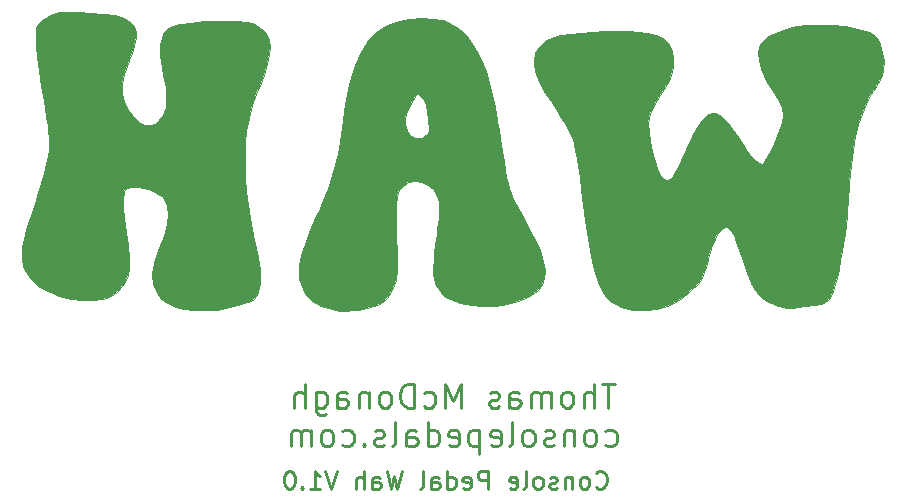
<source format=gbr>
G04 #@! TF.GenerationSoftware,KiCad,Pcbnew,(5.1.7)-1*
G04 #@! TF.CreationDate,2021-08-29T16:11:20-05:00*
G04 #@! TF.ProjectId,ConsolePedalWah,436f6e73-6f6c-4655-9065-64616c576168,rev?*
G04 #@! TF.SameCoordinates,Original*
G04 #@! TF.FileFunction,Legend,Bot*
G04 #@! TF.FilePolarity,Positive*
%FSLAX46Y46*%
G04 Gerber Fmt 4.6, Leading zero omitted, Abs format (unit mm)*
G04 Created by KiCad (PCBNEW (5.1.7)-1) date 2021-08-29 16:11:20*
%MOMM*%
%LPD*%
G01*
G04 APERTURE LIST*
%ADD10C,0.250000*%
%ADD11C,0.010000*%
G04 APERTURE END LIST*
D10*
X144794285Y-121820714D02*
X144865714Y-121892142D01*
X145080000Y-121963571D01*
X145222857Y-121963571D01*
X145437142Y-121892142D01*
X145580000Y-121749285D01*
X145651428Y-121606428D01*
X145722857Y-121320714D01*
X145722857Y-121106428D01*
X145651428Y-120820714D01*
X145580000Y-120677857D01*
X145437142Y-120535000D01*
X145222857Y-120463571D01*
X145080000Y-120463571D01*
X144865714Y-120535000D01*
X144794285Y-120606428D01*
X143937142Y-121963571D02*
X144080000Y-121892142D01*
X144151428Y-121820714D01*
X144222857Y-121677857D01*
X144222857Y-121249285D01*
X144151428Y-121106428D01*
X144080000Y-121035000D01*
X143937142Y-120963571D01*
X143722857Y-120963571D01*
X143580000Y-121035000D01*
X143508571Y-121106428D01*
X143437142Y-121249285D01*
X143437142Y-121677857D01*
X143508571Y-121820714D01*
X143580000Y-121892142D01*
X143722857Y-121963571D01*
X143937142Y-121963571D01*
X142794285Y-120963571D02*
X142794285Y-121963571D01*
X142794285Y-121106428D02*
X142722857Y-121035000D01*
X142580000Y-120963571D01*
X142365714Y-120963571D01*
X142222857Y-121035000D01*
X142151428Y-121177857D01*
X142151428Y-121963571D01*
X141508571Y-121892142D02*
X141365714Y-121963571D01*
X141080000Y-121963571D01*
X140937142Y-121892142D01*
X140865714Y-121749285D01*
X140865714Y-121677857D01*
X140937142Y-121535000D01*
X141080000Y-121463571D01*
X141294285Y-121463571D01*
X141437142Y-121392142D01*
X141508571Y-121249285D01*
X141508571Y-121177857D01*
X141437142Y-121035000D01*
X141294285Y-120963571D01*
X141080000Y-120963571D01*
X140937142Y-121035000D01*
X140008571Y-121963571D02*
X140151428Y-121892142D01*
X140222857Y-121820714D01*
X140294285Y-121677857D01*
X140294285Y-121249285D01*
X140222857Y-121106428D01*
X140151428Y-121035000D01*
X140008571Y-120963571D01*
X139794285Y-120963571D01*
X139651428Y-121035000D01*
X139580000Y-121106428D01*
X139508571Y-121249285D01*
X139508571Y-121677857D01*
X139580000Y-121820714D01*
X139651428Y-121892142D01*
X139794285Y-121963571D01*
X140008571Y-121963571D01*
X138651428Y-121963571D02*
X138794285Y-121892142D01*
X138865714Y-121749285D01*
X138865714Y-120463571D01*
X137508571Y-121892142D02*
X137651428Y-121963571D01*
X137937142Y-121963571D01*
X138080000Y-121892142D01*
X138151428Y-121749285D01*
X138151428Y-121177857D01*
X138080000Y-121035000D01*
X137937142Y-120963571D01*
X137651428Y-120963571D01*
X137508571Y-121035000D01*
X137437142Y-121177857D01*
X137437142Y-121320714D01*
X138151428Y-121463571D01*
X135651428Y-121963571D02*
X135651428Y-120463571D01*
X135080000Y-120463571D01*
X134937142Y-120535000D01*
X134865714Y-120606428D01*
X134794285Y-120749285D01*
X134794285Y-120963571D01*
X134865714Y-121106428D01*
X134937142Y-121177857D01*
X135080000Y-121249285D01*
X135651428Y-121249285D01*
X133580000Y-121892142D02*
X133722857Y-121963571D01*
X134008571Y-121963571D01*
X134151428Y-121892142D01*
X134222857Y-121749285D01*
X134222857Y-121177857D01*
X134151428Y-121035000D01*
X134008571Y-120963571D01*
X133722857Y-120963571D01*
X133580000Y-121035000D01*
X133508571Y-121177857D01*
X133508571Y-121320714D01*
X134222857Y-121463571D01*
X132222857Y-121963571D02*
X132222857Y-120463571D01*
X132222857Y-121892142D02*
X132365714Y-121963571D01*
X132651428Y-121963571D01*
X132794285Y-121892142D01*
X132865714Y-121820714D01*
X132937142Y-121677857D01*
X132937142Y-121249285D01*
X132865714Y-121106428D01*
X132794285Y-121035000D01*
X132651428Y-120963571D01*
X132365714Y-120963571D01*
X132222857Y-121035000D01*
X130865714Y-121963571D02*
X130865714Y-121177857D01*
X130937142Y-121035000D01*
X131080000Y-120963571D01*
X131365714Y-120963571D01*
X131508571Y-121035000D01*
X130865714Y-121892142D02*
X131008571Y-121963571D01*
X131365714Y-121963571D01*
X131508571Y-121892142D01*
X131580000Y-121749285D01*
X131580000Y-121606428D01*
X131508571Y-121463571D01*
X131365714Y-121392142D01*
X131008571Y-121392142D01*
X130865714Y-121320714D01*
X129937142Y-121963571D02*
X130080000Y-121892142D01*
X130151428Y-121749285D01*
X130151428Y-120463571D01*
X128365714Y-120463571D02*
X128008571Y-121963571D01*
X127722857Y-120892142D01*
X127437142Y-121963571D01*
X127080000Y-120463571D01*
X125865714Y-121963571D02*
X125865714Y-121177857D01*
X125937142Y-121035000D01*
X126080000Y-120963571D01*
X126365714Y-120963571D01*
X126508571Y-121035000D01*
X125865714Y-121892142D02*
X126008571Y-121963571D01*
X126365714Y-121963571D01*
X126508571Y-121892142D01*
X126580000Y-121749285D01*
X126580000Y-121606428D01*
X126508571Y-121463571D01*
X126365714Y-121392142D01*
X126008571Y-121392142D01*
X125865714Y-121320714D01*
X125151428Y-121963571D02*
X125151428Y-120463571D01*
X124508571Y-121963571D02*
X124508571Y-121177857D01*
X124580000Y-121035000D01*
X124722857Y-120963571D01*
X124937142Y-120963571D01*
X125080000Y-121035000D01*
X125151428Y-121106428D01*
X122865714Y-120463571D02*
X122365714Y-121963571D01*
X121865714Y-120463571D01*
X120580000Y-121963571D02*
X121437142Y-121963571D01*
X121008571Y-121963571D02*
X121008571Y-120463571D01*
X121151428Y-120677857D01*
X121294285Y-120820714D01*
X121437142Y-120892142D01*
X119937142Y-121820714D02*
X119865714Y-121892142D01*
X119937142Y-121963571D01*
X120008571Y-121892142D01*
X119937142Y-121820714D01*
X119937142Y-121963571D01*
X118937142Y-120463571D02*
X118794285Y-120463571D01*
X118651428Y-120535000D01*
X118580000Y-120606428D01*
X118508571Y-120749285D01*
X118437142Y-121035000D01*
X118437142Y-121392142D01*
X118508571Y-121677857D01*
X118580000Y-121820714D01*
X118651428Y-121892142D01*
X118794285Y-121963571D01*
X118937142Y-121963571D01*
X119080000Y-121892142D01*
X119151428Y-121820714D01*
X119222857Y-121677857D01*
X119294285Y-121392142D01*
X119294285Y-121035000D01*
X119222857Y-120749285D01*
X119151428Y-120606428D01*
X119080000Y-120535000D01*
X118937142Y-120463571D01*
X146429285Y-113103761D02*
X145286428Y-113103761D01*
X145857857Y-115103761D02*
X145857857Y-113103761D01*
X144619761Y-115103761D02*
X144619761Y-113103761D01*
X143762619Y-115103761D02*
X143762619Y-114056142D01*
X143857857Y-113865666D01*
X144048333Y-113770428D01*
X144334047Y-113770428D01*
X144524523Y-113865666D01*
X144619761Y-113960904D01*
X142524523Y-115103761D02*
X142715000Y-115008523D01*
X142810238Y-114913285D01*
X142905476Y-114722809D01*
X142905476Y-114151380D01*
X142810238Y-113960904D01*
X142715000Y-113865666D01*
X142524523Y-113770428D01*
X142238809Y-113770428D01*
X142048333Y-113865666D01*
X141953095Y-113960904D01*
X141857857Y-114151380D01*
X141857857Y-114722809D01*
X141953095Y-114913285D01*
X142048333Y-115008523D01*
X142238809Y-115103761D01*
X142524523Y-115103761D01*
X141000714Y-115103761D02*
X141000714Y-113770428D01*
X141000714Y-113960904D02*
X140905476Y-113865666D01*
X140715000Y-113770428D01*
X140429285Y-113770428D01*
X140238809Y-113865666D01*
X140143571Y-114056142D01*
X140143571Y-115103761D01*
X140143571Y-114056142D02*
X140048333Y-113865666D01*
X139857857Y-113770428D01*
X139572142Y-113770428D01*
X139381666Y-113865666D01*
X139286428Y-114056142D01*
X139286428Y-115103761D01*
X137476904Y-115103761D02*
X137476904Y-114056142D01*
X137572142Y-113865666D01*
X137762619Y-113770428D01*
X138143571Y-113770428D01*
X138334047Y-113865666D01*
X137476904Y-115008523D02*
X137667380Y-115103761D01*
X138143571Y-115103761D01*
X138334047Y-115008523D01*
X138429285Y-114818047D01*
X138429285Y-114627571D01*
X138334047Y-114437095D01*
X138143571Y-114341857D01*
X137667380Y-114341857D01*
X137476904Y-114246619D01*
X136619761Y-115008523D02*
X136429285Y-115103761D01*
X136048333Y-115103761D01*
X135857857Y-115008523D01*
X135762619Y-114818047D01*
X135762619Y-114722809D01*
X135857857Y-114532333D01*
X136048333Y-114437095D01*
X136334047Y-114437095D01*
X136524523Y-114341857D01*
X136619761Y-114151380D01*
X136619761Y-114056142D01*
X136524523Y-113865666D01*
X136334047Y-113770428D01*
X136048333Y-113770428D01*
X135857857Y-113865666D01*
X133381666Y-115103761D02*
X133381666Y-113103761D01*
X132715000Y-114532333D01*
X132048333Y-113103761D01*
X132048333Y-115103761D01*
X130238809Y-115008523D02*
X130429285Y-115103761D01*
X130810238Y-115103761D01*
X131000714Y-115008523D01*
X131095952Y-114913285D01*
X131191190Y-114722809D01*
X131191190Y-114151380D01*
X131095952Y-113960904D01*
X131000714Y-113865666D01*
X130810238Y-113770428D01*
X130429285Y-113770428D01*
X130238809Y-113865666D01*
X129381666Y-115103761D02*
X129381666Y-113103761D01*
X128905476Y-113103761D01*
X128619761Y-113199000D01*
X128429285Y-113389476D01*
X128334047Y-113579952D01*
X128238809Y-113960904D01*
X128238809Y-114246619D01*
X128334047Y-114627571D01*
X128429285Y-114818047D01*
X128619761Y-115008523D01*
X128905476Y-115103761D01*
X129381666Y-115103761D01*
X127095952Y-115103761D02*
X127286428Y-115008523D01*
X127381666Y-114913285D01*
X127476904Y-114722809D01*
X127476904Y-114151380D01*
X127381666Y-113960904D01*
X127286428Y-113865666D01*
X127095952Y-113770428D01*
X126810238Y-113770428D01*
X126619761Y-113865666D01*
X126524523Y-113960904D01*
X126429285Y-114151380D01*
X126429285Y-114722809D01*
X126524523Y-114913285D01*
X126619761Y-115008523D01*
X126810238Y-115103761D01*
X127095952Y-115103761D01*
X125572142Y-113770428D02*
X125572142Y-115103761D01*
X125572142Y-113960904D02*
X125476904Y-113865666D01*
X125286428Y-113770428D01*
X125000714Y-113770428D01*
X124810238Y-113865666D01*
X124715000Y-114056142D01*
X124715000Y-115103761D01*
X122905476Y-115103761D02*
X122905476Y-114056142D01*
X123000714Y-113865666D01*
X123191190Y-113770428D01*
X123572142Y-113770428D01*
X123762619Y-113865666D01*
X122905476Y-115008523D02*
X123095952Y-115103761D01*
X123572142Y-115103761D01*
X123762619Y-115008523D01*
X123857857Y-114818047D01*
X123857857Y-114627571D01*
X123762619Y-114437095D01*
X123572142Y-114341857D01*
X123095952Y-114341857D01*
X122905476Y-114246619D01*
X121095952Y-113770428D02*
X121095952Y-115389476D01*
X121191190Y-115579952D01*
X121286428Y-115675190D01*
X121476904Y-115770428D01*
X121762619Y-115770428D01*
X121953095Y-115675190D01*
X121095952Y-115008523D02*
X121286428Y-115103761D01*
X121667380Y-115103761D01*
X121857857Y-115008523D01*
X121953095Y-114913285D01*
X122048333Y-114722809D01*
X122048333Y-114151380D01*
X121953095Y-113960904D01*
X121857857Y-113865666D01*
X121667380Y-113770428D01*
X121286428Y-113770428D01*
X121095952Y-113865666D01*
X120143571Y-115103761D02*
X120143571Y-113103761D01*
X119286428Y-115103761D02*
X119286428Y-114056142D01*
X119381666Y-113865666D01*
X119572142Y-113770428D01*
X119857857Y-113770428D01*
X120048333Y-113865666D01*
X120143571Y-113960904D01*
X145619761Y-118258523D02*
X145810238Y-118353761D01*
X146191190Y-118353761D01*
X146381666Y-118258523D01*
X146476904Y-118163285D01*
X146572142Y-117972809D01*
X146572142Y-117401380D01*
X146476904Y-117210904D01*
X146381666Y-117115666D01*
X146191190Y-117020428D01*
X145810238Y-117020428D01*
X145619761Y-117115666D01*
X144476904Y-118353761D02*
X144667380Y-118258523D01*
X144762619Y-118163285D01*
X144857857Y-117972809D01*
X144857857Y-117401380D01*
X144762619Y-117210904D01*
X144667380Y-117115666D01*
X144476904Y-117020428D01*
X144191190Y-117020428D01*
X144000714Y-117115666D01*
X143905476Y-117210904D01*
X143810238Y-117401380D01*
X143810238Y-117972809D01*
X143905476Y-118163285D01*
X144000714Y-118258523D01*
X144191190Y-118353761D01*
X144476904Y-118353761D01*
X142953095Y-117020428D02*
X142953095Y-118353761D01*
X142953095Y-117210904D02*
X142857857Y-117115666D01*
X142667380Y-117020428D01*
X142381666Y-117020428D01*
X142191190Y-117115666D01*
X142095952Y-117306142D01*
X142095952Y-118353761D01*
X141238809Y-118258523D02*
X141048333Y-118353761D01*
X140667380Y-118353761D01*
X140476904Y-118258523D01*
X140381666Y-118068047D01*
X140381666Y-117972809D01*
X140476904Y-117782333D01*
X140667380Y-117687095D01*
X140953095Y-117687095D01*
X141143571Y-117591857D01*
X141238809Y-117401380D01*
X141238809Y-117306142D01*
X141143571Y-117115666D01*
X140953095Y-117020428D01*
X140667380Y-117020428D01*
X140476904Y-117115666D01*
X139238809Y-118353761D02*
X139429285Y-118258523D01*
X139524523Y-118163285D01*
X139619761Y-117972809D01*
X139619761Y-117401380D01*
X139524523Y-117210904D01*
X139429285Y-117115666D01*
X139238809Y-117020428D01*
X138953095Y-117020428D01*
X138762619Y-117115666D01*
X138667380Y-117210904D01*
X138572142Y-117401380D01*
X138572142Y-117972809D01*
X138667380Y-118163285D01*
X138762619Y-118258523D01*
X138953095Y-118353761D01*
X139238809Y-118353761D01*
X137429285Y-118353761D02*
X137619761Y-118258523D01*
X137715000Y-118068047D01*
X137715000Y-116353761D01*
X135905476Y-118258523D02*
X136095952Y-118353761D01*
X136476904Y-118353761D01*
X136667380Y-118258523D01*
X136762619Y-118068047D01*
X136762619Y-117306142D01*
X136667380Y-117115666D01*
X136476904Y-117020428D01*
X136095952Y-117020428D01*
X135905476Y-117115666D01*
X135810238Y-117306142D01*
X135810238Y-117496619D01*
X136762619Y-117687095D01*
X134953095Y-117020428D02*
X134953095Y-119020428D01*
X134953095Y-117115666D02*
X134762619Y-117020428D01*
X134381666Y-117020428D01*
X134191190Y-117115666D01*
X134095952Y-117210904D01*
X134000714Y-117401380D01*
X134000714Y-117972809D01*
X134095952Y-118163285D01*
X134191190Y-118258523D01*
X134381666Y-118353761D01*
X134762619Y-118353761D01*
X134953095Y-118258523D01*
X132381666Y-118258523D02*
X132572142Y-118353761D01*
X132953095Y-118353761D01*
X133143571Y-118258523D01*
X133238809Y-118068047D01*
X133238809Y-117306142D01*
X133143571Y-117115666D01*
X132953095Y-117020428D01*
X132572142Y-117020428D01*
X132381666Y-117115666D01*
X132286428Y-117306142D01*
X132286428Y-117496619D01*
X133238809Y-117687095D01*
X130572142Y-118353761D02*
X130572142Y-116353761D01*
X130572142Y-118258523D02*
X130762619Y-118353761D01*
X131143571Y-118353761D01*
X131334047Y-118258523D01*
X131429285Y-118163285D01*
X131524523Y-117972809D01*
X131524523Y-117401380D01*
X131429285Y-117210904D01*
X131334047Y-117115666D01*
X131143571Y-117020428D01*
X130762619Y-117020428D01*
X130572142Y-117115666D01*
X128762619Y-118353761D02*
X128762619Y-117306142D01*
X128857857Y-117115666D01*
X129048333Y-117020428D01*
X129429285Y-117020428D01*
X129619761Y-117115666D01*
X128762619Y-118258523D02*
X128953095Y-118353761D01*
X129429285Y-118353761D01*
X129619761Y-118258523D01*
X129715000Y-118068047D01*
X129715000Y-117877571D01*
X129619761Y-117687095D01*
X129429285Y-117591857D01*
X128953095Y-117591857D01*
X128762619Y-117496619D01*
X127524523Y-118353761D02*
X127715000Y-118258523D01*
X127810238Y-118068047D01*
X127810238Y-116353761D01*
X126857857Y-118258523D02*
X126667380Y-118353761D01*
X126286428Y-118353761D01*
X126095952Y-118258523D01*
X126000714Y-118068047D01*
X126000714Y-117972809D01*
X126095952Y-117782333D01*
X126286428Y-117687095D01*
X126572142Y-117687095D01*
X126762619Y-117591857D01*
X126857857Y-117401380D01*
X126857857Y-117306142D01*
X126762619Y-117115666D01*
X126572142Y-117020428D01*
X126286428Y-117020428D01*
X126095952Y-117115666D01*
X125143571Y-118163285D02*
X125048333Y-118258523D01*
X125143571Y-118353761D01*
X125238809Y-118258523D01*
X125143571Y-118163285D01*
X125143571Y-118353761D01*
X123334047Y-118258523D02*
X123524523Y-118353761D01*
X123905476Y-118353761D01*
X124095952Y-118258523D01*
X124191190Y-118163285D01*
X124286428Y-117972809D01*
X124286428Y-117401380D01*
X124191190Y-117210904D01*
X124095952Y-117115666D01*
X123905476Y-117020428D01*
X123524523Y-117020428D01*
X123334047Y-117115666D01*
X122191190Y-118353761D02*
X122381666Y-118258523D01*
X122476904Y-118163285D01*
X122572142Y-117972809D01*
X122572142Y-117401380D01*
X122476904Y-117210904D01*
X122381666Y-117115666D01*
X122191190Y-117020428D01*
X121905476Y-117020428D01*
X121715000Y-117115666D01*
X121619761Y-117210904D01*
X121524523Y-117401380D01*
X121524523Y-117972809D01*
X121619761Y-118163285D01*
X121715000Y-118258523D01*
X121905476Y-118353761D01*
X122191190Y-118353761D01*
X120667380Y-118353761D02*
X120667380Y-117020428D01*
X120667380Y-117210904D02*
X120572142Y-117115666D01*
X120381666Y-117020428D01*
X120095952Y-117020428D01*
X119905476Y-117115666D01*
X119810238Y-117306142D01*
X119810238Y-118353761D01*
X119810238Y-117306142D02*
X119715000Y-117115666D01*
X119524523Y-117020428D01*
X119238809Y-117020428D01*
X119048333Y-117115666D01*
X118953095Y-117306142D01*
X118953095Y-118353761D01*
D11*
G04 #@! TO.C,G\u002A\u002A\u002A*
G36*
X162495836Y-82754944D02*
G01*
X161421236Y-82923945D01*
X160462140Y-83181721D01*
X159667145Y-83525833D01*
X159308088Y-83758120D01*
X158869597Y-84159320D01*
X158626974Y-84578318D01*
X158556133Y-85084033D01*
X158626269Y-85709003D01*
X158791690Y-86443679D01*
X159017236Y-87067991D01*
X159344059Y-87670736D01*
X159813308Y-88340706D01*
X159896419Y-88449750D01*
X160344774Y-89112799D01*
X160592299Y-89710956D01*
X160651512Y-90317162D01*
X160534930Y-91004358D01*
X160406901Y-91424119D01*
X160244029Y-91857722D01*
X160025174Y-92374212D01*
X159774543Y-92924133D01*
X159516343Y-93458028D01*
X159274780Y-93926442D01*
X159074062Y-94279918D01*
X158938396Y-94468999D01*
X158907476Y-94487525D01*
X158624151Y-94386143D01*
X158265388Y-94117807D01*
X157887386Y-93732791D01*
X157546341Y-93281370D01*
X157528874Y-93254204D01*
X156927839Y-92324105D01*
X156431983Y-91593569D01*
X156021810Y-91040860D01*
X155677822Y-90644245D01*
X155380521Y-90381989D01*
X155110410Y-90232360D01*
X154847991Y-90173623D01*
X154762469Y-90170474D01*
X154413015Y-90223635D01*
X154093036Y-90400085D01*
X153778068Y-90727263D01*
X153443647Y-91232606D01*
X153065307Y-91943553D01*
X152925120Y-92231146D01*
X152623688Y-92868540D01*
X152340681Y-93482765D01*
X152106098Y-94007698D01*
X151949935Y-94377215D01*
X151939658Y-94403404D01*
X151709762Y-94878236D01*
X151415764Y-95340318D01*
X151307483Y-95478035D01*
X151062600Y-95750605D01*
X150900790Y-95855583D01*
X150743071Y-95820962D01*
X150595456Y-95730392D01*
X150261964Y-95380627D01*
X149959337Y-94800340D01*
X149694805Y-94011907D01*
X149475597Y-93037702D01*
X149308943Y-91900102D01*
X149284366Y-91672696D01*
X149258619Y-91084635D01*
X149322098Y-90539387D01*
X149492997Y-89981881D01*
X149789513Y-89357044D01*
X150229842Y-88609806D01*
X150368676Y-88390946D01*
X150794686Y-87704340D01*
X151087823Y-87162177D01*
X151267950Y-86705952D01*
X151354927Y-86277159D01*
X151368616Y-85817293D01*
X151349812Y-85500860D01*
X151223960Y-84799610D01*
X150955479Y-84258442D01*
X150517800Y-83851929D01*
X149884355Y-83554644D01*
X149109014Y-83356366D01*
X148434455Y-83266401D01*
X147586738Y-83215684D01*
X146618945Y-83201591D01*
X145584158Y-83221500D01*
X144535457Y-83272787D01*
X143525925Y-83352829D01*
X142608643Y-83459004D01*
X141836693Y-83588687D01*
X141263156Y-83739257D01*
X141247360Y-83744862D01*
X140504362Y-84095953D01*
X139989419Y-84543891D01*
X139688451Y-85108788D01*
X139587381Y-85810753D01*
X139597304Y-86102047D01*
X139645497Y-86487569D01*
X139744032Y-86880347D01*
X139909094Y-87313284D01*
X140156867Y-87819282D01*
X140503537Y-88431244D01*
X140965289Y-89182073D01*
X141558307Y-90104672D01*
X141590513Y-90154089D01*
X141894043Y-90615911D01*
X142151141Y-91009273D01*
X142368166Y-91359132D01*
X142551478Y-91690447D01*
X142707437Y-92028173D01*
X142842404Y-92397269D01*
X142962737Y-92822692D01*
X143074797Y-93329400D01*
X143184943Y-93942350D01*
X143299536Y-94686499D01*
X143424935Y-95586805D01*
X143567499Y-96668224D01*
X143733590Y-97955716D01*
X143892352Y-99187000D01*
X144131800Y-100855842D01*
X144387903Y-102281139D01*
X144663774Y-103472982D01*
X144962525Y-104441464D01*
X145287270Y-105196678D01*
X145641119Y-105748716D01*
X146026476Y-106107202D01*
X146931674Y-106559477D01*
X147952972Y-106817138D01*
X149032790Y-106870915D01*
X149979533Y-106743623D01*
X151119142Y-106381959D01*
X152113672Y-105832544D01*
X152981582Y-105101243D01*
X153431149Y-104613156D01*
X153757695Y-104144140D01*
X153998541Y-103619245D01*
X154191002Y-102963516D01*
X154305832Y-102441502D01*
X154444780Y-101944708D01*
X154664485Y-101354869D01*
X154917789Y-100798380D01*
X154921824Y-100790502D01*
X155177302Y-100319823D01*
X155375192Y-100036386D01*
X155555866Y-99893084D01*
X155731609Y-99845611D01*
X155929017Y-99857190D01*
X156110244Y-99957947D01*
X156289410Y-100174053D01*
X156480634Y-100531675D01*
X156698035Y-101056985D01*
X156955733Y-101776150D01*
X157249481Y-102658914D01*
X157613430Y-103710509D01*
X157958059Y-104542682D01*
X158307615Y-105186247D01*
X158686343Y-105672016D01*
X159118489Y-106030805D01*
X159628299Y-106293427D01*
X160240018Y-106490696D01*
X160270741Y-106498635D01*
X160663201Y-106588328D01*
X161019180Y-106635364D01*
X161412421Y-106641227D01*
X161916667Y-106607399D01*
X162528378Y-106544017D01*
X163283881Y-106445421D01*
X163833277Y-106327619D01*
X164224384Y-106165186D01*
X164505019Y-105932695D01*
X164723000Y-105604720D01*
X164865354Y-105301350D01*
X164991241Y-104931690D01*
X165134307Y-104392892D01*
X165274097Y-103767013D01*
X165359163Y-103320363D01*
X165484236Y-102610124D01*
X165617554Y-101857973D01*
X165738814Y-101178263D01*
X165793426Y-100874435D01*
X165870147Y-100364462D01*
X165951799Y-99678894D01*
X166030129Y-98895794D01*
X166096883Y-98093225D01*
X166115700Y-97826435D01*
X166246435Y-96089057D01*
X166394608Y-94577290D01*
X166567049Y-93262968D01*
X166770586Y-92117922D01*
X167012049Y-91113986D01*
X167298267Y-90222993D01*
X167636067Y-89416775D01*
X168032280Y-88667166D01*
X168493735Y-87945999D01*
X168520461Y-87907577D01*
X168940315Y-87196141D01*
X169156040Y-86521216D01*
X169187981Y-85800455D01*
X169141135Y-85395526D01*
X168986825Y-84640595D01*
X168778721Y-84090684D01*
X168488198Y-83698065D01*
X168086633Y-83415009D01*
X167900526Y-83326916D01*
X166977351Y-83015462D01*
X165926697Y-82804976D01*
X164797163Y-82693021D01*
X163637344Y-82677156D01*
X162495836Y-82754944D01*
G37*
X162495836Y-82754944D02*
X161421236Y-82923945D01*
X160462140Y-83181721D01*
X159667145Y-83525833D01*
X159308088Y-83758120D01*
X158869597Y-84159320D01*
X158626974Y-84578318D01*
X158556133Y-85084033D01*
X158626269Y-85709003D01*
X158791690Y-86443679D01*
X159017236Y-87067991D01*
X159344059Y-87670736D01*
X159813308Y-88340706D01*
X159896419Y-88449750D01*
X160344774Y-89112799D01*
X160592299Y-89710956D01*
X160651512Y-90317162D01*
X160534930Y-91004358D01*
X160406901Y-91424119D01*
X160244029Y-91857722D01*
X160025174Y-92374212D01*
X159774543Y-92924133D01*
X159516343Y-93458028D01*
X159274780Y-93926442D01*
X159074062Y-94279918D01*
X158938396Y-94468999D01*
X158907476Y-94487525D01*
X158624151Y-94386143D01*
X158265388Y-94117807D01*
X157887386Y-93732791D01*
X157546341Y-93281370D01*
X157528874Y-93254204D01*
X156927839Y-92324105D01*
X156431983Y-91593569D01*
X156021810Y-91040860D01*
X155677822Y-90644245D01*
X155380521Y-90381989D01*
X155110410Y-90232360D01*
X154847991Y-90173623D01*
X154762469Y-90170474D01*
X154413015Y-90223635D01*
X154093036Y-90400085D01*
X153778068Y-90727263D01*
X153443647Y-91232606D01*
X153065307Y-91943553D01*
X152925120Y-92231146D01*
X152623688Y-92868540D01*
X152340681Y-93482765D01*
X152106098Y-94007698D01*
X151949935Y-94377215D01*
X151939658Y-94403404D01*
X151709762Y-94878236D01*
X151415764Y-95340318D01*
X151307483Y-95478035D01*
X151062600Y-95750605D01*
X150900790Y-95855583D01*
X150743071Y-95820962D01*
X150595456Y-95730392D01*
X150261964Y-95380627D01*
X149959337Y-94800340D01*
X149694805Y-94011907D01*
X149475597Y-93037702D01*
X149308943Y-91900102D01*
X149284366Y-91672696D01*
X149258619Y-91084635D01*
X149322098Y-90539387D01*
X149492997Y-89981881D01*
X149789513Y-89357044D01*
X150229842Y-88609806D01*
X150368676Y-88390946D01*
X150794686Y-87704340D01*
X151087823Y-87162177D01*
X151267950Y-86705952D01*
X151354927Y-86277159D01*
X151368616Y-85817293D01*
X151349812Y-85500860D01*
X151223960Y-84799610D01*
X150955479Y-84258442D01*
X150517800Y-83851929D01*
X149884355Y-83554644D01*
X149109014Y-83356366D01*
X148434455Y-83266401D01*
X147586738Y-83215684D01*
X146618945Y-83201591D01*
X145584158Y-83221500D01*
X144535457Y-83272787D01*
X143525925Y-83352829D01*
X142608643Y-83459004D01*
X141836693Y-83588687D01*
X141263156Y-83739257D01*
X141247360Y-83744862D01*
X140504362Y-84095953D01*
X139989419Y-84543891D01*
X139688451Y-85108788D01*
X139587381Y-85810753D01*
X139597304Y-86102047D01*
X139645497Y-86487569D01*
X139744032Y-86880347D01*
X139909094Y-87313284D01*
X140156867Y-87819282D01*
X140503537Y-88431244D01*
X140965289Y-89182073D01*
X141558307Y-90104672D01*
X141590513Y-90154089D01*
X141894043Y-90615911D01*
X142151141Y-91009273D01*
X142368166Y-91359132D01*
X142551478Y-91690447D01*
X142707437Y-92028173D01*
X142842404Y-92397269D01*
X142962737Y-92822692D01*
X143074797Y-93329400D01*
X143184943Y-93942350D01*
X143299536Y-94686499D01*
X143424935Y-95586805D01*
X143567499Y-96668224D01*
X143733590Y-97955716D01*
X143892352Y-99187000D01*
X144131800Y-100855842D01*
X144387903Y-102281139D01*
X144663774Y-103472982D01*
X144962525Y-104441464D01*
X145287270Y-105196678D01*
X145641119Y-105748716D01*
X146026476Y-106107202D01*
X146931674Y-106559477D01*
X147952972Y-106817138D01*
X149032790Y-106870915D01*
X149979533Y-106743623D01*
X151119142Y-106381959D01*
X152113672Y-105832544D01*
X152981582Y-105101243D01*
X153431149Y-104613156D01*
X153757695Y-104144140D01*
X153998541Y-103619245D01*
X154191002Y-102963516D01*
X154305832Y-102441502D01*
X154444780Y-101944708D01*
X154664485Y-101354869D01*
X154917789Y-100798380D01*
X154921824Y-100790502D01*
X155177302Y-100319823D01*
X155375192Y-100036386D01*
X155555866Y-99893084D01*
X155731609Y-99845611D01*
X155929017Y-99857190D01*
X156110244Y-99957947D01*
X156289410Y-100174053D01*
X156480634Y-100531675D01*
X156698035Y-101056985D01*
X156955733Y-101776150D01*
X157249481Y-102658914D01*
X157613430Y-103710509D01*
X157958059Y-104542682D01*
X158307615Y-105186247D01*
X158686343Y-105672016D01*
X159118489Y-106030805D01*
X159628299Y-106293427D01*
X160240018Y-106490696D01*
X160270741Y-106498635D01*
X160663201Y-106588328D01*
X161019180Y-106635364D01*
X161412421Y-106641227D01*
X161916667Y-106607399D01*
X162528378Y-106544017D01*
X163283881Y-106445421D01*
X163833277Y-106327619D01*
X164224384Y-106165186D01*
X164505019Y-105932695D01*
X164723000Y-105604720D01*
X164865354Y-105301350D01*
X164991241Y-104931690D01*
X165134307Y-104392892D01*
X165274097Y-103767013D01*
X165359163Y-103320363D01*
X165484236Y-102610124D01*
X165617554Y-101857973D01*
X165738814Y-101178263D01*
X165793426Y-100874435D01*
X165870147Y-100364462D01*
X165951799Y-99678894D01*
X166030129Y-98895794D01*
X166096883Y-98093225D01*
X166115700Y-97826435D01*
X166246435Y-96089057D01*
X166394608Y-94577290D01*
X166567049Y-93262968D01*
X166770586Y-92117922D01*
X167012049Y-91113986D01*
X167298267Y-90222993D01*
X167636067Y-89416775D01*
X168032280Y-88667166D01*
X168493735Y-87945999D01*
X168520461Y-87907577D01*
X168940315Y-87196141D01*
X169156040Y-86521216D01*
X169187981Y-85800455D01*
X169141135Y-85395526D01*
X168986825Y-84640595D01*
X168778721Y-84090684D01*
X168488198Y-83698065D01*
X168086633Y-83415009D01*
X167900526Y-83326916D01*
X166977351Y-83015462D01*
X165926697Y-82804976D01*
X164797163Y-82693021D01*
X163637344Y-82677156D01*
X162495836Y-82754944D01*
G36*
X129111551Y-82230897D02*
G01*
X128129986Y-82417071D01*
X127243052Y-82699639D01*
X126887951Y-82859924D01*
X126127385Y-83385343D01*
X125448638Y-84146438D01*
X124854354Y-85137542D01*
X124347178Y-86352985D01*
X123929754Y-87787098D01*
X123604727Y-89434213D01*
X123507089Y-90106500D01*
X123319532Y-91463668D01*
X123137471Y-92621898D01*
X122946325Y-93635457D01*
X122731511Y-94558610D01*
X122478448Y-95445625D01*
X122172553Y-96350768D01*
X121799245Y-97328305D01*
X121343940Y-98432504D01*
X121142874Y-98904810D01*
X120643343Y-100095803D01*
X120253021Y-101091009D01*
X119965029Y-101920561D01*
X119772487Y-102614591D01*
X119668516Y-103203231D01*
X119646238Y-103716616D01*
X119698774Y-104184876D01*
X119819244Y-104638146D01*
X119828044Y-104664239D01*
X120213659Y-105454991D01*
X120774923Y-106068781D01*
X121519246Y-106511547D01*
X122454034Y-106789225D01*
X122487104Y-106795438D01*
X122836807Y-106858307D01*
X123112322Y-106895897D01*
X123380142Y-106908486D01*
X123706761Y-106896353D01*
X124158671Y-106859775D01*
X124741276Y-106804866D01*
X125722476Y-106633255D01*
X126504666Y-106316119D01*
X127106734Y-105838453D01*
X127547571Y-105185253D01*
X127846066Y-104341515D01*
X127846955Y-104337920D01*
X127924647Y-103993010D01*
X127975963Y-103664458D01*
X128002030Y-103302145D01*
X128003974Y-102855953D01*
X127982922Y-102275763D01*
X127940001Y-101511456D01*
X127918307Y-101164146D01*
X127858225Y-99889658D01*
X127849182Y-98786848D01*
X127890240Y-97874471D01*
X127980460Y-97171279D01*
X128118905Y-96696028D01*
X128144488Y-96644220D01*
X128439418Y-96310953D01*
X128883255Y-96042666D01*
X129371011Y-95896901D01*
X129528843Y-95885474D01*
X130064737Y-95993852D01*
X130608584Y-96283759D01*
X131074475Y-96700704D01*
X131287615Y-97001088D01*
X131449618Y-97376794D01*
X131541163Y-97826979D01*
X131562526Y-98389517D01*
X131513984Y-99102279D01*
X131395812Y-100003140D01*
X131313272Y-100520500D01*
X131206912Y-101266696D01*
X131121411Y-102068628D01*
X131067548Y-102813183D01*
X131054452Y-103236758D01*
X131058472Y-103816042D01*
X131086883Y-104217218D01*
X131154858Y-104516011D01*
X131277574Y-104788146D01*
X131410530Y-105013625D01*
X131770859Y-105474474D01*
X132243762Y-105822514D01*
X132465732Y-105939760D01*
X133282874Y-106243100D01*
X134223599Y-106429048D01*
X135238254Y-106502582D01*
X136277185Y-106468681D01*
X137290739Y-106332322D01*
X138229262Y-106098482D01*
X139043100Y-105772142D01*
X139682600Y-105358277D01*
X139850671Y-105199381D01*
X140217023Y-104699662D01*
X140422415Y-104130575D01*
X140464235Y-103472048D01*
X140339873Y-102704008D01*
X140046717Y-101806382D01*
X139582157Y-100759097D01*
X139168268Y-99953547D01*
X138723476Y-99130080D01*
X138357139Y-98454513D01*
X138058739Y-97892580D01*
X137817760Y-97410014D01*
X137623684Y-96972549D01*
X137465994Y-96545919D01*
X137334173Y-96095858D01*
X137217703Y-95588099D01*
X137106068Y-94988377D01*
X136988751Y-94262425D01*
X136855234Y-93375976D01*
X136695000Y-92294766D01*
X136578020Y-91514193D01*
X136552947Y-91368579D01*
X130669216Y-91368579D01*
X130660642Y-91674816D01*
X130595116Y-91875241D01*
X130461039Y-92042822D01*
X130445687Y-92058313D01*
X130055760Y-92285485D01*
X129603489Y-92297257D01*
X129159514Y-92094631D01*
X129090089Y-92039059D01*
X128827792Y-91709057D01*
X128697386Y-91245938D01*
X128687187Y-91165119D01*
X128686634Y-90558967D01*
X128841471Y-89959530D01*
X129172412Y-89296413D01*
X129296472Y-89094442D01*
X129681091Y-88487961D01*
X129992973Y-88780959D01*
X130225032Y-89069868D01*
X130397754Y-89466975D01*
X130525278Y-90018771D01*
X130621745Y-90771748D01*
X130632438Y-90883563D01*
X130669216Y-91368579D01*
X136552947Y-91368579D01*
X136254311Y-89634237D01*
X135884460Y-87993574D01*
X135462530Y-86580697D01*
X134982585Y-85384102D01*
X134438689Y-84392284D01*
X133824906Y-83593737D01*
X133135300Y-82976956D01*
X132363934Y-82530436D01*
X131841402Y-82333860D01*
X131045524Y-82180980D01*
X130109485Y-82149429D01*
X129111551Y-82230897D01*
G37*
X129111551Y-82230897D02*
X128129986Y-82417071D01*
X127243052Y-82699639D01*
X126887951Y-82859924D01*
X126127385Y-83385343D01*
X125448638Y-84146438D01*
X124854354Y-85137542D01*
X124347178Y-86352985D01*
X123929754Y-87787098D01*
X123604727Y-89434213D01*
X123507089Y-90106500D01*
X123319532Y-91463668D01*
X123137471Y-92621898D01*
X122946325Y-93635457D01*
X122731511Y-94558610D01*
X122478448Y-95445625D01*
X122172553Y-96350768D01*
X121799245Y-97328305D01*
X121343940Y-98432504D01*
X121142874Y-98904810D01*
X120643343Y-100095803D01*
X120253021Y-101091009D01*
X119965029Y-101920561D01*
X119772487Y-102614591D01*
X119668516Y-103203231D01*
X119646238Y-103716616D01*
X119698774Y-104184876D01*
X119819244Y-104638146D01*
X119828044Y-104664239D01*
X120213659Y-105454991D01*
X120774923Y-106068781D01*
X121519246Y-106511547D01*
X122454034Y-106789225D01*
X122487104Y-106795438D01*
X122836807Y-106858307D01*
X123112322Y-106895897D01*
X123380142Y-106908486D01*
X123706761Y-106896353D01*
X124158671Y-106859775D01*
X124741276Y-106804866D01*
X125722476Y-106633255D01*
X126504666Y-106316119D01*
X127106734Y-105838453D01*
X127547571Y-105185253D01*
X127846066Y-104341515D01*
X127846955Y-104337920D01*
X127924647Y-103993010D01*
X127975963Y-103664458D01*
X128002030Y-103302145D01*
X128003974Y-102855953D01*
X127982922Y-102275763D01*
X127940001Y-101511456D01*
X127918307Y-101164146D01*
X127858225Y-99889658D01*
X127849182Y-98786848D01*
X127890240Y-97874471D01*
X127980460Y-97171279D01*
X128118905Y-96696028D01*
X128144488Y-96644220D01*
X128439418Y-96310953D01*
X128883255Y-96042666D01*
X129371011Y-95896901D01*
X129528843Y-95885474D01*
X130064737Y-95993852D01*
X130608584Y-96283759D01*
X131074475Y-96700704D01*
X131287615Y-97001088D01*
X131449618Y-97376794D01*
X131541163Y-97826979D01*
X131562526Y-98389517D01*
X131513984Y-99102279D01*
X131395812Y-100003140D01*
X131313272Y-100520500D01*
X131206912Y-101266696D01*
X131121411Y-102068628D01*
X131067548Y-102813183D01*
X131054452Y-103236758D01*
X131058472Y-103816042D01*
X131086883Y-104217218D01*
X131154858Y-104516011D01*
X131277574Y-104788146D01*
X131410530Y-105013625D01*
X131770859Y-105474474D01*
X132243762Y-105822514D01*
X132465732Y-105939760D01*
X133282874Y-106243100D01*
X134223599Y-106429048D01*
X135238254Y-106502582D01*
X136277185Y-106468681D01*
X137290739Y-106332322D01*
X138229262Y-106098482D01*
X139043100Y-105772142D01*
X139682600Y-105358277D01*
X139850671Y-105199381D01*
X140217023Y-104699662D01*
X140422415Y-104130575D01*
X140464235Y-103472048D01*
X140339873Y-102704008D01*
X140046717Y-101806382D01*
X139582157Y-100759097D01*
X139168268Y-99953547D01*
X138723476Y-99130080D01*
X138357139Y-98454513D01*
X138058739Y-97892580D01*
X137817760Y-97410014D01*
X137623684Y-96972549D01*
X137465994Y-96545919D01*
X137334173Y-96095858D01*
X137217703Y-95588099D01*
X137106068Y-94988377D01*
X136988751Y-94262425D01*
X136855234Y-93375976D01*
X136695000Y-92294766D01*
X136578020Y-91514193D01*
X136552947Y-91368579D01*
X130669216Y-91368579D01*
X130660642Y-91674816D01*
X130595116Y-91875241D01*
X130461039Y-92042822D01*
X130445687Y-92058313D01*
X130055760Y-92285485D01*
X129603489Y-92297257D01*
X129159514Y-92094631D01*
X129090089Y-92039059D01*
X128827792Y-91709057D01*
X128697386Y-91245938D01*
X128687187Y-91165119D01*
X128686634Y-90558967D01*
X128841471Y-89959530D01*
X129172412Y-89296413D01*
X129296472Y-89094442D01*
X129681091Y-88487961D01*
X129992973Y-88780959D01*
X130225032Y-89069868D01*
X130397754Y-89466975D01*
X130525278Y-90018771D01*
X130621745Y-90771748D01*
X130632438Y-90883563D01*
X130669216Y-91368579D01*
X136552947Y-91368579D01*
X136254311Y-89634237D01*
X135884460Y-87993574D01*
X135462530Y-86580697D01*
X134982585Y-85384102D01*
X134438689Y-84392284D01*
X133824906Y-83593737D01*
X133135300Y-82976956D01*
X132363934Y-82530436D01*
X131841402Y-82333860D01*
X131045524Y-82180980D01*
X130109485Y-82149429D01*
X129111551Y-82230897D01*
G36*
X99770063Y-81622981D02*
G01*
X99375202Y-81642860D01*
X99082289Y-81685927D01*
X98840668Y-81757807D01*
X98599680Y-81864127D01*
X98495101Y-81916054D01*
X98084069Y-82165113D01*
X97734269Y-82448540D01*
X97606101Y-82591385D01*
X97444377Y-82973671D01*
X97366422Y-83564270D01*
X97372531Y-84369581D01*
X97463001Y-85396002D01*
X97638128Y-86649933D01*
X97850922Y-87884000D01*
X98006595Y-88755945D01*
X98156665Y-89645573D01*
X98290084Y-90483773D01*
X98395804Y-91201436D01*
X98456358Y-91671377D01*
X98507719Y-92228868D01*
X98523754Y-92752243D01*
X98497580Y-93277765D01*
X98422312Y-93841700D01*
X98291067Y-94480312D01*
X98096962Y-95229865D01*
X97833113Y-96126622D01*
X97492637Y-97206850D01*
X97282895Y-97853500D01*
X96897781Y-99056912D01*
X96599618Y-100053656D01*
X96384429Y-100874230D01*
X96248237Y-101549133D01*
X96187064Y-102108862D01*
X96196933Y-102583915D01*
X96273866Y-103004792D01*
X96413886Y-103401990D01*
X96527738Y-103644024D01*
X96963869Y-104247900D01*
X97607614Y-104792210D01*
X98416010Y-105258954D01*
X99346095Y-105630131D01*
X100354905Y-105887739D01*
X101399479Y-106013776D01*
X102177629Y-106011310D01*
X103049113Y-105899334D01*
X103739018Y-105666876D01*
X104300367Y-105290801D01*
X104638850Y-104937435D01*
X104959131Y-104449620D01*
X105172340Y-103873326D01*
X105280910Y-103178614D01*
X105287279Y-102335543D01*
X105193881Y-101314173D01*
X105023973Y-100203000D01*
X104844355Y-99029161D01*
X104754904Y-98086701D01*
X104755541Y-97369569D01*
X104846190Y-96871715D01*
X104978263Y-96632897D01*
X105164996Y-96476770D01*
X105408260Y-96409127D01*
X105794499Y-96410240D01*
X105917690Y-96418518D01*
X106516491Y-96521131D01*
X107133008Y-96723313D01*
X107692166Y-96991478D01*
X108118890Y-97292039D01*
X108281510Y-97476057D01*
X108494707Y-98015326D01*
X108555051Y-98727460D01*
X108465771Y-99584934D01*
X108230092Y-100560226D01*
X107851244Y-101625812D01*
X107772803Y-101814032D01*
X107401029Y-102884537D01*
X107249970Y-103833180D01*
X107319863Y-104664212D01*
X107610943Y-105381887D01*
X107998138Y-105872192D01*
X108634188Y-106361269D01*
X109216967Y-106603833D01*
X109933610Y-106756903D01*
X110792051Y-106849595D01*
X111685963Y-106875856D01*
X112509024Y-106829634D01*
X112712500Y-106802847D01*
X113414613Y-106679907D01*
X114124854Y-106528693D01*
X114775902Y-106365850D01*
X115300436Y-106208019D01*
X115597986Y-106089506D01*
X115861968Y-105920693D01*
X116046919Y-105690848D01*
X116182594Y-105340942D01*
X116298749Y-104811948D01*
X116329231Y-104638922D01*
X116370972Y-104361157D01*
X116391941Y-104094398D01*
X116387679Y-103799710D01*
X116353730Y-103438155D01*
X116285636Y-102970798D01*
X116178939Y-102358702D01*
X116029181Y-101562932D01*
X115901344Y-100901500D01*
X115648477Y-99566858D01*
X115449498Y-98431143D01*
X115298723Y-97446364D01*
X115190473Y-96564530D01*
X115119064Y-95737652D01*
X115078814Y-94917739D01*
X115064043Y-94056802D01*
X115063669Y-93826255D01*
X115097237Y-92657573D01*
X115205882Y-91599000D01*
X115405222Y-90574166D01*
X115710874Y-89506697D01*
X116138456Y-88320223D01*
X116245015Y-88049261D01*
X116671932Y-86917095D01*
X116970338Y-85975311D01*
X117142801Y-85196728D01*
X117191891Y-84554166D01*
X117120176Y-84020443D01*
X116930226Y-83568378D01*
X116698497Y-83251384D01*
X116397226Y-82951398D01*
X116064323Y-82725341D01*
X115660551Y-82564029D01*
X115146670Y-82458277D01*
X114483444Y-82398900D01*
X113631633Y-82376713D01*
X112966500Y-82377814D01*
X111645755Y-82415840D01*
X110531265Y-82504718D01*
X109634777Y-82642782D01*
X108968035Y-82828365D01*
X108633741Y-82992492D01*
X108274533Y-83331697D01*
X108040171Y-83808730D01*
X107928510Y-84442908D01*
X107937405Y-85253553D01*
X108064711Y-86259984D01*
X108194086Y-86951449D01*
X108382116Y-88067738D01*
X108444142Y-88986250D01*
X108377845Y-89731059D01*
X108180907Y-90326239D01*
X107851009Y-90795865D01*
X107820797Y-90826741D01*
X107491804Y-91081520D01*
X107116334Y-91178815D01*
X106919208Y-91186000D01*
X106619666Y-91167806D01*
X106377603Y-91086362D01*
X106122295Y-90901377D01*
X105783020Y-90572557D01*
X105709128Y-90496588D01*
X105194501Y-89873876D01*
X104858342Y-89231807D01*
X104697612Y-88535987D01*
X104709274Y-87752021D01*
X104890287Y-86845514D01*
X105237614Y-85782071D01*
X105282143Y-85663755D01*
X105498534Y-85067909D01*
X105685250Y-84504519D01*
X105818508Y-84048146D01*
X105868243Y-83826181D01*
X105883720Y-83271643D01*
X105729879Y-82807737D01*
X105394938Y-82429073D01*
X104867111Y-82130258D01*
X104134615Y-81905903D01*
X103185666Y-81750616D01*
X102008482Y-81659006D01*
X101068263Y-81630280D01*
X100317531Y-81620663D01*
X99770063Y-81622981D01*
G37*
X99770063Y-81622981D02*
X99375202Y-81642860D01*
X99082289Y-81685927D01*
X98840668Y-81757807D01*
X98599680Y-81864127D01*
X98495101Y-81916054D01*
X98084069Y-82165113D01*
X97734269Y-82448540D01*
X97606101Y-82591385D01*
X97444377Y-82973671D01*
X97366422Y-83564270D01*
X97372531Y-84369581D01*
X97463001Y-85396002D01*
X97638128Y-86649933D01*
X97850922Y-87884000D01*
X98006595Y-88755945D01*
X98156665Y-89645573D01*
X98290084Y-90483773D01*
X98395804Y-91201436D01*
X98456358Y-91671377D01*
X98507719Y-92228868D01*
X98523754Y-92752243D01*
X98497580Y-93277765D01*
X98422312Y-93841700D01*
X98291067Y-94480312D01*
X98096962Y-95229865D01*
X97833113Y-96126622D01*
X97492637Y-97206850D01*
X97282895Y-97853500D01*
X96897781Y-99056912D01*
X96599618Y-100053656D01*
X96384429Y-100874230D01*
X96248237Y-101549133D01*
X96187064Y-102108862D01*
X96196933Y-102583915D01*
X96273866Y-103004792D01*
X96413886Y-103401990D01*
X96527738Y-103644024D01*
X96963869Y-104247900D01*
X97607614Y-104792210D01*
X98416010Y-105258954D01*
X99346095Y-105630131D01*
X100354905Y-105887739D01*
X101399479Y-106013776D01*
X102177629Y-106011310D01*
X103049113Y-105899334D01*
X103739018Y-105666876D01*
X104300367Y-105290801D01*
X104638850Y-104937435D01*
X104959131Y-104449620D01*
X105172340Y-103873326D01*
X105280910Y-103178614D01*
X105287279Y-102335543D01*
X105193881Y-101314173D01*
X105023973Y-100203000D01*
X104844355Y-99029161D01*
X104754904Y-98086701D01*
X104755541Y-97369569D01*
X104846190Y-96871715D01*
X104978263Y-96632897D01*
X105164996Y-96476770D01*
X105408260Y-96409127D01*
X105794499Y-96410240D01*
X105917690Y-96418518D01*
X106516491Y-96521131D01*
X107133008Y-96723313D01*
X107692166Y-96991478D01*
X108118890Y-97292039D01*
X108281510Y-97476057D01*
X108494707Y-98015326D01*
X108555051Y-98727460D01*
X108465771Y-99584934D01*
X108230092Y-100560226D01*
X107851244Y-101625812D01*
X107772803Y-101814032D01*
X107401029Y-102884537D01*
X107249970Y-103833180D01*
X107319863Y-104664212D01*
X107610943Y-105381887D01*
X107998138Y-105872192D01*
X108634188Y-106361269D01*
X109216967Y-106603833D01*
X109933610Y-106756903D01*
X110792051Y-106849595D01*
X111685963Y-106875856D01*
X112509024Y-106829634D01*
X112712500Y-106802847D01*
X113414613Y-106679907D01*
X114124854Y-106528693D01*
X114775902Y-106365850D01*
X115300436Y-106208019D01*
X115597986Y-106089506D01*
X115861968Y-105920693D01*
X116046919Y-105690848D01*
X116182594Y-105340942D01*
X116298749Y-104811948D01*
X116329231Y-104638922D01*
X116370972Y-104361157D01*
X116391941Y-104094398D01*
X116387679Y-103799710D01*
X116353730Y-103438155D01*
X116285636Y-102970798D01*
X116178939Y-102358702D01*
X116029181Y-101562932D01*
X115901344Y-100901500D01*
X115648477Y-99566858D01*
X115449498Y-98431143D01*
X115298723Y-97446364D01*
X115190473Y-96564530D01*
X115119064Y-95737652D01*
X115078814Y-94917739D01*
X115064043Y-94056802D01*
X115063669Y-93826255D01*
X115097237Y-92657573D01*
X115205882Y-91599000D01*
X115405222Y-90574166D01*
X115710874Y-89506697D01*
X116138456Y-88320223D01*
X116245015Y-88049261D01*
X116671932Y-86917095D01*
X116970338Y-85975311D01*
X117142801Y-85196728D01*
X117191891Y-84554166D01*
X117120176Y-84020443D01*
X116930226Y-83568378D01*
X116698497Y-83251384D01*
X116397226Y-82951398D01*
X116064323Y-82725341D01*
X115660551Y-82564029D01*
X115146670Y-82458277D01*
X114483444Y-82398900D01*
X113631633Y-82376713D01*
X112966500Y-82377814D01*
X111645755Y-82415840D01*
X110531265Y-82504718D01*
X109634777Y-82642782D01*
X108968035Y-82828365D01*
X108633741Y-82992492D01*
X108274533Y-83331697D01*
X108040171Y-83808730D01*
X107928510Y-84442908D01*
X107937405Y-85253553D01*
X108064711Y-86259984D01*
X108194086Y-86951449D01*
X108382116Y-88067738D01*
X108444142Y-88986250D01*
X108377845Y-89731059D01*
X108180907Y-90326239D01*
X107851009Y-90795865D01*
X107820797Y-90826741D01*
X107491804Y-91081520D01*
X107116334Y-91178815D01*
X106919208Y-91186000D01*
X106619666Y-91167806D01*
X106377603Y-91086362D01*
X106122295Y-90901377D01*
X105783020Y-90572557D01*
X105709128Y-90496588D01*
X105194501Y-89873876D01*
X104858342Y-89231807D01*
X104697612Y-88535987D01*
X104709274Y-87752021D01*
X104890287Y-86845514D01*
X105237614Y-85782071D01*
X105282143Y-85663755D01*
X105498534Y-85067909D01*
X105685250Y-84504519D01*
X105818508Y-84048146D01*
X105868243Y-83826181D01*
X105883720Y-83271643D01*
X105729879Y-82807737D01*
X105394938Y-82429073D01*
X104867111Y-82130258D01*
X104134615Y-81905903D01*
X103185666Y-81750616D01*
X102008482Y-81659006D01*
X101068263Y-81630280D01*
X100317531Y-81620663D01*
X99770063Y-81622981D01*
G04 #@! TD*
M02*

</source>
